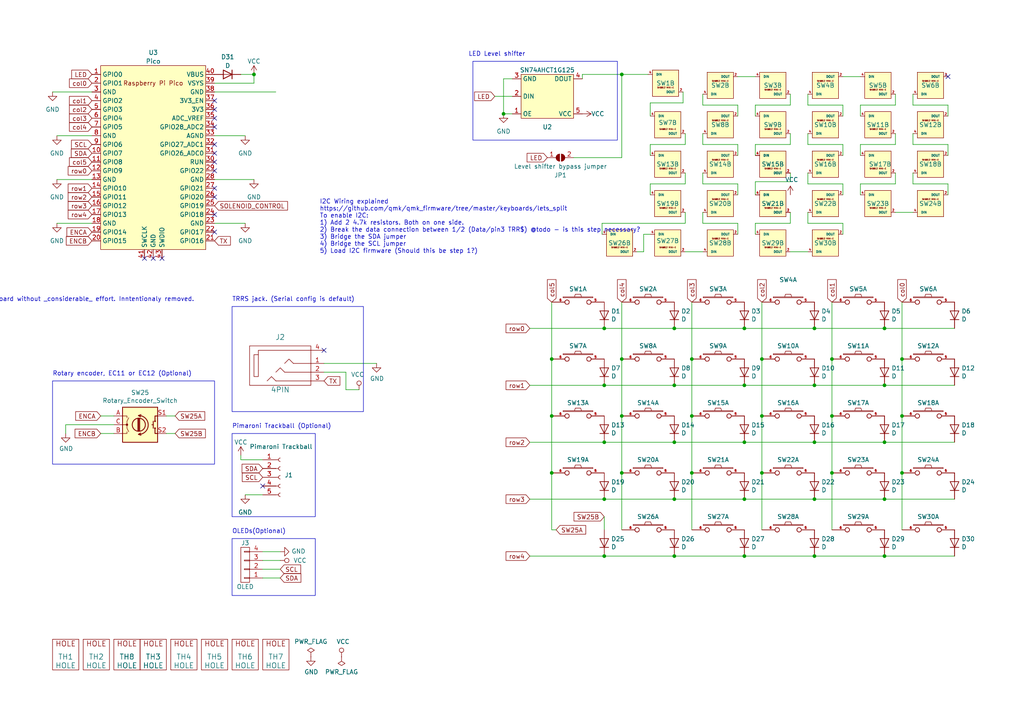
<source format=kicad_sch>
(kicad_sch (version 20230121) (generator eeschema)
  (paper "A4")
  (junction (at 195.58 161.29))
  (junction (at 180.34 120.65))
  (junction (at 220.98 120.65))
  (junction (at 256.54 111.76))
  (junction (at 160.02 137.16))
  (junction (at 241.3 104.14))
  (junction (at 215.9 144.78))
  (junction (at 236.22 128.27))
  (junction (at 160.02 104.14))
  (junction (at 195.58 128.27))
  (junction (at 261.62 104.14))
  (junction (at 195.58 111.76))
  (junction (at 195.58 95.25))
  (junction (at 241.3 120.65))
  (junction (at 256.54 128.27))
  (junction (at 236.22 161.29))
  (junction (at 73.66 21.59))
  (junction (at 175.26 95.25))
  (junction (at 256.54 161.29))
  (junction (at 256.54 95.25))
  (junction (at 215.9 128.27))
  (junction (at 175.26 128.27))
  (junction (at 261.62 120.65))
  (junction (at 215.9 111.76))
  (junction (at 200.66 120.65))
  (junction (at 220.98 104.14))
  (junction (at 215.9 95.25))
  (junction (at 175.26 144.78))
  (junction (at 180.34 104.14))
  (junction (at 180.34 137.16))
  (junction (at 241.3 137.16))
  (junction (at 195.58 144.78))
  (junction (at 175.26 161.29))
  (junction (at 215.9 161.29))
  (junction (at 236.22 144.78))
  (junction (at 236.22 111.76))
  (junction (at 220.98 137.16))
  (junction (at 261.62 137.16))
  (junction (at 175.26 111.76))
  (junction (at 180.34 21.59))
  (junction (at 256.54 144.78))
  (junction (at 200.66 137.16))
  (junction (at 146.05 33.02))
  (junction (at 236.22 95.25))
  (junction (at 160.02 120.65))
  (junction (at 200.66 104.14))
  (no_connect (at 62.23 49.53))
  (no_connect (at 62.23 41.91))
  (no_connect (at 62.23 57.15))
  (no_connect (at 62.23 46.99))
  (no_connect (at 62.23 36.83))
  (no_connect (at 62.23 44.45))
  (no_connect (at 62.23 34.29))
  (no_connect (at 62.23 31.75))
  (no_connect (at 76.2 140.97))
  (no_connect (at 62.23 54.61))
  (no_connect (at 62.23 67.31))
  (no_connect (at 62.23 62.23))
  (no_connect (at 44.45 74.93))
  (no_connect (at 93.98 101.6))
  (no_connect (at 62.23 29.21))
  (no_connect (at 41.91 74.93))
  (no_connect (at 46.99 74.93))
  (no_connect (at 274.955 22.225))
  (wire (pts (xy 244.475 56.515) (xy 244.475 53.34)))
  (wire (pts (xy 186.69 67.945) (xy 188.595 67.945)))
  (wire (pts (xy 200.66 137.16) (xy 200.66 153.67)))
  (wire (pts (xy 15.24 26.67) (xy 26.67 26.67)))
  (wire (pts (xy 175.26 128.27) (xy 153.67 128.27)))
  (wire (pts (xy 256.54 144.78) (xy 276.86 144.78)))
  (wire (pts (xy 203.835 30.48) (xy 203.835 27.305)))
  (wire (pts (xy 69.85 21.59) (xy 73.66 21.59)))
  (wire (pts (xy 234.315 53.34) (xy 234.315 50.165)))
  (wire (pts (xy 249.555 30.48) (xy 249.555 33.655)))
  (wire (pts (xy 100.33 107.95) (xy 100.33 113.03)))
  (wire (pts (xy 213.995 45.085) (xy 213.995 41.91)))
  (wire (pts (xy 188.595 29.845) (xy 188.595 33.655)))
  (wire (pts (xy 229.235 52.705) (xy 219.075 52.705)))
  (wire (pts (xy 195.58 128.27) (xy 175.26 128.27)))
  (wire (pts (xy 244.475 41.91) (xy 234.315 41.91)))
  (wire (pts (xy 180.34 104.14) (xy 180.34 120.65)))
  (wire (pts (xy 175.26 111.76) (xy 153.67 111.76)))
  (wire (pts (xy 198.755 64.77) (xy 174.625 64.77)))
  (wire (pts (xy 175.26 144.78) (xy 153.67 144.78)))
  (wire (pts (xy 259.715 30.48) (xy 249.555 30.48)))
  (wire (pts (xy 259.715 61.595) (xy 264.795 61.595)))
  (wire (pts (xy 76.2 165.1) (xy 81.28 165.1)))
  (wire (pts (xy 219.075 41.91) (xy 219.075 45.085)))
  (wire (pts (xy 186.69 73.025) (xy 186.69 67.945)))
  (wire (pts (xy 48.26 125.73) (xy 50.8 125.73)))
  (wire (pts (xy 174.625 64.77) (xy 174.625 67.945)))
  (wire (pts (xy 198.755 41.91) (xy 188.595 41.91)))
  (wire (pts (xy 198.12 29.845) (xy 188.595 29.845)))
  (wire (pts (xy 219.075 52.705) (xy 219.075 56.515)))
  (wire (pts (xy 244.475 67.945) (xy 244.475 64.77)))
  (wire (pts (xy 203.835 53.34) (xy 203.835 50.165)))
  (wire (pts (xy 256.54 161.29) (xy 276.86 161.29)))
  (wire (pts (xy 188.595 53.34) (xy 188.595 56.515)))
  (wire (pts (xy 200.66 104.14) (xy 200.66 120.65)))
  (wire (pts (xy 261.62 120.65) (xy 261.62 104.14)))
  (wire (pts (xy 62.23 52.07) (xy 73.66 52.07)))
  (wire (pts (xy 215.9 144.78) (xy 236.22 144.78)))
  (wire (pts (xy 148.59 27.94) (xy 143.51 27.94)))
  (wire (pts (xy 198.755 38.735) (xy 198.755 41.91)))
  (wire (pts (xy 33.02 123.19) (xy 19.05 123.19)))
  (wire (pts (xy 168.91 21.59) (xy 180.34 21.59)))
  (wire (pts (xy 236.22 144.78) (xy 256.54 144.78)))
  (wire (pts (xy 146.05 22.86) (xy 148.59 22.86)))
  (wire (pts (xy 241.3 87.63) (xy 241.3 104.14)))
  (wire (pts (xy 256.54 95.25) (xy 236.22 95.25)))
  (wire (pts (xy 200.66 87.63) (xy 200.66 104.14)))
  (wire (pts (xy 73.66 24.13) (xy 73.66 21.59)))
  (wire (pts (xy 249.555 41.91) (xy 249.555 45.085)))
  (wire (pts (xy 93.98 107.95) (xy 100.33 107.95)))
  (wire (pts (xy 229.235 41.91) (xy 219.075 41.91)))
  (wire (pts (xy 274.955 33.655) (xy 274.955 30.48)))
  (wire (pts (xy 69.85 133.35) (xy 76.2 133.35)))
  (wire (pts (xy 215.9 128.27) (xy 236.22 128.27)))
  (wire (pts (xy 195.58 95.25) (xy 175.26 95.25)))
  (wire (pts (xy 16.51 39.37) (xy 26.67 39.37)))
  (wire (pts (xy 180.34 45.72) (xy 180.34 21.59)))
  (wire (pts (xy 220.98 120.65) (xy 220.98 137.16)))
  (wire (pts (xy 81.28 167.64) (xy 76.2 167.64)))
  (wire (pts (xy 213.995 22.225) (xy 219.075 22.225)))
  (wire (pts (xy 229.235 27.305) (xy 229.235 30.48)))
  (wire (pts (xy 264.795 41.91) (xy 264.795 38.735)))
  (wire (pts (xy 249.555 53.34) (xy 249.555 56.515)))
  (wire (pts (xy 264.795 53.34) (xy 264.795 50.165)))
  (wire (pts (xy 241.3 137.16) (xy 241.3 153.67)))
  (wire (pts (xy 184.785 73.025) (xy 186.69 73.025)))
  (wire (pts (xy 175.26 149.86) (xy 175.26 153.67)))
  (wire (pts (xy 213.995 64.77) (xy 203.835 64.77)))
  (wire (pts (xy 195.58 95.25) (xy 215.9 95.25)))
  (wire (pts (xy 244.475 30.48) (xy 234.315 30.48)))
  (wire (pts (xy 274.955 53.34) (xy 264.795 53.34)))
  (wire (pts (xy 213.995 53.34) (xy 203.835 53.34)))
  (wire (pts (xy 219.075 30.48) (xy 219.075 33.655)))
  (wire (pts (xy 213.995 41.91) (xy 203.835 41.91)))
  (wire (pts (xy 259.715 53.34) (xy 249.555 53.34)))
  (wire (pts (xy 264.795 30.48) (xy 264.795 27.305)))
  (wire (pts (xy 198.755 50.165) (xy 198.755 53.34)))
  (wire (pts (xy 200.66 120.65) (xy 200.66 137.16)))
  (wire (pts (xy 259.715 38.735) (xy 259.715 41.91)))
  (wire (pts (xy 274.955 30.48) (xy 264.795 30.48)))
  (wire (pts (xy 93.98 105.41) (xy 109.22 105.41)))
  (wire (pts (xy 29.21 125.73) (xy 33.02 125.73)))
  (wire (pts (xy 229.235 61.595) (xy 229.235 64.77)))
  (wire (pts (xy 244.475 33.655) (xy 244.475 30.48)))
  (wire (pts (xy 195.58 111.76) (xy 215.9 111.76)))
  (wire (pts (xy 175.26 161.29) (xy 195.58 161.29)))
  (wire (pts (xy 244.475 53.34) (xy 234.315 53.34)))
  (wire (pts (xy 198.755 73.025) (xy 203.835 73.025)))
  (wire (pts (xy 274.955 56.515) (xy 274.955 53.34)))
  (wire (pts (xy 256.54 111.76) (xy 276.86 111.76)))
  (wire (pts (xy 160.02 137.16) (xy 160.02 153.67)))
  (wire (pts (xy 229.235 38.735) (xy 229.235 41.91)))
  (wire (pts (xy 234.315 30.48) (xy 234.315 27.305)))
  (wire (pts (xy 76.2 162.56) (xy 81.28 162.56)))
  (wire (pts (xy 236.22 128.27) (xy 256.54 128.27)))
  (wire (pts (xy 203.835 41.91) (xy 203.835 38.735)))
  (wire (pts (xy 198.755 61.595) (xy 198.755 64.77)))
  (wire (pts (xy 236.22 111.76) (xy 256.54 111.76)))
  (wire (pts (xy 188.595 41.91) (xy 188.595 45.085)))
  (wire (pts (xy 241.3 104.14) (xy 241.3 120.65)))
  (wire (pts (xy 220.98 137.16) (xy 220.98 153.67)))
  (wire (pts (xy 48.26 120.65) (xy 50.8 120.65)))
  (wire (pts (xy 160.02 120.65) (xy 160.02 137.16)))
  (wire (pts (xy 219.075 64.77) (xy 219.075 67.945)))
  (wire (pts (xy 213.995 33.655) (xy 213.995 30.48)))
  (wire (pts (xy 213.995 56.515) (xy 213.995 53.34)))
  (wire (pts (xy 220.98 104.14) (xy 220.98 120.65)))
  (wire (pts (xy 198.12 26.67) (xy 198.12 29.845)))
  (wire (pts (xy 220.98 87.63) (xy 220.98 104.14)))
  (wire (pts (xy 259.715 41.91) (xy 249.555 41.91)))
  (wire (pts (xy 180.34 87.63) (xy 180.34 104.14)))
  (wire (pts (xy 215.9 111.76) (xy 236.22 111.76)))
  (wire (pts (xy 180.34 21.59) (xy 187.96 21.59)))
  (wire (pts (xy 213.995 30.48) (xy 203.835 30.48)))
  (wire (pts (xy 146.05 33.02) (xy 148.59 33.02)))
  (wire (pts (xy 256.54 128.27) (xy 276.86 128.27)))
  (wire (pts (xy 146.05 33.02) (xy 146.05 22.86)))
  (wire (pts (xy 244.475 45.085) (xy 244.475 41.91)))
  (wire (pts (xy 195.58 144.78) (xy 175.26 144.78)))
  (wire (pts (xy 62.23 26.67) (xy 80.01 26.67)))
  (wire (pts (xy 166.37 45.72) (xy 180.34 45.72)))
  (wire (pts (xy 100.33 113.03) (xy 104.14 113.03)))
  (wire (pts (xy 215.9 161.29) (xy 236.22 161.29)))
  (wire (pts (xy 16.51 64.77) (xy 26.67 64.77)))
  (wire (pts (xy 160.02 104.14) (xy 160.02 120.65)))
  (wire (pts (xy 259.715 27.305) (xy 259.715 30.48)))
  (wire (pts (xy 180.34 137.16) (xy 180.34 153.67)))
  (wire (pts (xy 259.715 50.165) (xy 259.715 53.34)))
  (wire (pts (xy 62.23 64.77) (xy 71.12 64.77)))
  (wire (pts (xy 76.2 160.02) (xy 81.28 160.02)))
  (wire (pts (xy 236.22 161.29) (xy 256.54 161.29)))
  (wire (pts (xy 203.835 64.77) (xy 203.835 61.595)))
  (wire (pts (xy 195.58 161.29) (xy 215.9 161.29)))
  (wire (pts (xy 195.58 144.78) (xy 215.9 144.78)))
  (wire (pts (xy 71.12 143.51) (xy 76.2 143.51)))
  (wire (pts (xy 160.02 87.63) (xy 160.02 104.14)))
  (wire (pts (xy 256.54 95.25) (xy 276.86 95.25)))
  (wire (pts (xy 229.235 73.025) (xy 234.315 73.025)))
  (wire (pts (xy 195.58 128.27) (xy 215.9 128.27)))
  (wire (pts (xy 180.34 120.65) (xy 180.34 137.16)))
  (wire (pts (xy 62.23 24.13) (xy 73.66 24.13)))
  (wire (pts (xy 215.9 95.25) (xy 236.22 95.25)))
  (wire (pts (xy 16.51 52.07) (xy 26.67 52.07)))
  (wire (pts (xy 241.3 137.16) (xy 241.3 120.65)))
  (wire (pts (xy 229.235 50.165) (xy 229.235 52.705)))
  (wire (pts (xy 153.67 161.29) (xy 175.26 161.29)))
  (wire (pts (xy 213.995 67.945) (xy 213.995 64.77)))
  (wire (pts (xy 29.21 120.65) (xy 33.02 120.65)))
  (wire (pts (xy 244.475 64.77) (xy 234.315 64.77)))
  (wire (pts (xy 229.235 30.48) (xy 219.075 30.48)))
  (wire (pts (xy 62.23 39.37) (xy 71.12 39.37)))
  (wire (pts (xy 19.05 123.19) (xy 19.05 125.73)))
  (wire (pts (xy 234.315 41.91) (xy 234.315 38.735)))
  (wire (pts (xy 274.955 41.91) (xy 264.795 41.91)))
  (wire (pts (xy 160.02 153.67) (xy 161.29 153.67)))
  (wire (pts (xy 261.62 104.14) (xy 261.62 87.63)))
  (wire (pts (xy 261.62 120.65) (xy 261.62 137.16)))
  (wire (pts (xy 168.91 21.59) (xy 168.91 22.86)))
  (wire (pts (xy 195.58 111.76) (xy 175.26 111.76)))
  (wire (pts (xy 244.475 22.225) (xy 249.555 22.225)))
  (wire (pts (xy 274.955 45.085) (xy 274.955 41.91)))
  (wire (pts (xy 261.62 137.16) (xy 261.62 153.67)))
  (wire (pts (xy 234.315 64.77) (xy 234.315 61.595)))
  (wire (pts (xy 69.85 132.08) (xy 69.85 133.35)))
  (wire (pts (xy 229.235 64.77) (xy 219.075 64.77)))
  (wire (pts (xy 198.755 53.34) (xy 188.595 53.34)))
  (wire (pts (xy 175.26 95.25) (xy 153.67 95.25)))
  (rectangle (start 67.31 156.21) (end 91.44 172.72))
  (rectangle (start 15.24 110.49) (end 62.23 134.62))
  (rectangle (start 67.31 88.9) (end 105.41 119.38))
  (rectangle (start 137.16 17.78) (end 179.07 40.64))
  (rectangle (start 67.31 125.73) (end 91.44 149.86))
  (text "I2C Wiring explained\nhttps://github.com/qmk/qmk_firmware/tree/master/keyboards/lets_split\nTo enable I2C:\n1) Add 2 4.7k resistors. Both on one side.\n2) Break the data connection between 1/2 (Data/pin3 TRR$) @todo - is this step necessary?\n3) Bridge the SDA jumper\n4) Bridge the SCL jumper\n5) Load I2C firmware (Should this be step 1?)" (at 92.71 73.66 0) (effects (font (size 1.27 1.27)) (justify left bottom)))
  (text "TRRS jack. (Serial config is default)" (at 67.31 87.63 0) (effects (font (size 1.27 1.27)) (justify left bottom)))
  (text "Pimaroni Trackball (Optional)\n" (at 67.31 124.46 0) (effects (font (size 1.27 1.27)) (justify left bottom)))
  (text "Rotary encoder, EC11 or EC12 (Optional)\n" (at 15.24 109.22 0) (effects (font (size 1.27 1.27)) (justify left bottom)))
  (text "LED Level shifter" (at 152.4 16.51 0) (effects (font (size 1.27 1.27)) (justify right bottom)))
  (text "OLEDs(Optional)\n" (at 67.31 154.94 0) (effects (font (size 1.27 1.27)) (justify left bottom)))
  (text "Notes:\nPiezzo speaker not supported for this board without _considerable_ effort. Inntentionaly removed.\n" (at -39.37 87.63 0) (effects (font (size 1.27 1.27)) (justify left bottom)))
  (global_label "SDA" (shape input) (at 81.28 167.64 0) (property "Intersheetrefs" "${INTERSHEET_REFS}" (effects hide)))
  (global_label "SCL" (shape input) (at 81.28 165.1 0) (property "Intersheetrefs" "${INTERSHEET_REFS}" (effects hide)))
  (global_label "row2" (shape input) (at 153.67 128.27 180) (property "Intersheetrefs" "${INTERSHEET_REFS}" (effects hide)))
  (global_label "SW25A" (shape input) (at 161.29 153.67 0) (property "Intersheetrefs" "${INTERSHEET_REFS}" (effects hide)))
  (global_label "col0" (shape input) (at 261.62 87.63 90) (property "Intersheetrefs" "${INTERSHEET_REFS}" (effects hide)))
  (global_label "col2" (shape input) (at 26.67 31.75 180) (property "Intersheetrefs" "${INTERSHEET_REFS}" (effects hide)))
  (global_label "col0" (shape input) (at 26.67 24.13 180) (property "Intersheetrefs" "${INTERSHEET_REFS}" (effects hide)))
  (global_label "col4" (shape input) (at 26.67 36.83 180) (property "Intersheetrefs" "${INTERSHEET_REFS}" (effects hide)))
  (global_label "row1" (shape input) (at 26.67 54.61 180) (property "Intersheetrefs" "${INTERSHEET_REFS}" (effects hide)))
  (global_label "SOLENOID_CONTROL" (shape input) (at 62.23 59.69 0) (property "Intersheetrefs" "${INTERSHEET_REFS}" (effects hide)))
  (global_label "ENCA" (shape input) (at 26.67 67.31 180) (property "Intersheetrefs" "${INTERSHEET_REFS}" (effects hide)))
  (global_label "TX" (shape input) (at 93.98 110.49 0) (property "Intersheetrefs" "${INTERSHEET_REFS}" (effects hide)))
  (global_label "ENCB" (shape input) (at 29.21 125.73 180) (property "Intersheetrefs" "${INTERSHEET_REFS}" (effects hide)))
  (global_label "row4" (shape input) (at 153.67 161.29 180) (property "Intersheetrefs" "${INTERSHEET_REFS}" (effects hide)))
  (global_label "row0" (shape input) (at 153.67 95.25 180) (property "Intersheetrefs" "${INTERSHEET_REFS}" (effects hide)))
  (global_label "col4" (shape input) (at 180.34 87.63 90) (property "Intersheetrefs" "${INTERSHEET_REFS}" (effects hide)))
  (global_label "LED" (shape input) (at 158.75 45.72 180) (property "Intersheetrefs" "${INTERSHEET_REFS}" (effects hide)))
  (global_label "SDA" (shape input) (at 26.67 44.45 180) (property "Intersheetrefs" "${INTERSHEET_REFS}" (effects hide)))
  (global_label "ENCB" (shape input) (at 26.67 69.85 180) (property "Intersheetrefs" "${INTERSHEET_REFS}" (effects hide)))
  (global_label "SCL" (shape input) (at 76.2 138.43 180) (property "Intersheetrefs" "${INTERSHEET_REFS}" (effects hide)))
  (global_label "SCL" (shape input) (at 26.67 41.91 180) (property "Intersheetrefs" "${INTERSHEET_REFS}" (effects hide)))
  (global_label "col2" (shape input) (at 220.98 87.63 90) (property "Intersheetrefs" "${INTERSHEET_REFS}" (effects hide)))
  (global_label "col3" (shape input) (at 26.67 34.29 180) (property "Intersheetrefs" "${INTERSHEET_REFS}" (effects hide)))
  (global_label "LED" (shape input) (at 26.67 21.59 180) (property "Intersheetrefs" "${INTERSHEET_REFS}" (effects hide)))
  (global_label "SDA" (shape input) (at 76.2 135.89 180) (property "Intersheetrefs" "${INTERSHEET_REFS}" (effects hide)))
  (global_label "row3" (shape input) (at 153.67 144.78 180) (property "Intersheetrefs" "${INTERSHEET_REFS}" (effects hide)))
  (global_label "row2" (shape input) (at 26.67 57.15 180) (property "Intersheetrefs" "${INTERSHEET_REFS}" (effects hide)))
  (global_label "col5" (shape input) (at 160.02 87.63 90) (property "Intersheetrefs" "${INTERSHEET_REFS}" (effects hide)))
  (global_label "col1" (shape input) (at 26.67 29.21 180) (property "Intersheetrefs" "${INTERSHEET_REFS}" (effects hide)))
  (global_label "col5" (shape input) (at 26.67 46.99 180) (property "Intersheetrefs" "${INTERSHEET_REFS}" (effects hide)))
  (global_label "ENCA" (shape input) (at 29.21 120.65 180) (property "Intersheetrefs" "${INTERSHEET_REFS}" (effects hide)))
  (global_label "SW25B" (shape input) (at 175.26 149.86 180) (property "Intersheetrefs" "${INTERSHEET_REFS}" (effects hide)))
  (global_label "col3" (shape input) (at 200.66 87.63 90) (property "Intersheetrefs" "${INTERSHEET_REFS}" (effects hide)))
  (global_label "row3" (shape input) (at 26.67 59.69 180) (property "Intersheetrefs" "${INTERSHEET_REFS}" (effects hide)))
  (global_label "LED" (shape input) (at 143.51 27.94 180) (property "Intersheetrefs" "${INTERSHEET_REFS}" (effects hide)))
  (global_label "SW25B" (shape input) (at 50.8 125.73 0) (property "Intersheetrefs" "${INTERSHEET_REFS}" (effects hide)))
  (global_label "row1" (shape input) (at 153.67 111.76 180) (property "Intersheetrefs" "${INTERSHEET_REFS}" (effects hide)))
  (global_label "row4" (shape input) (at 26.67 62.23 180) (property "Intersheetrefs" "${INTERSHEET_REFS}" (effects hide)))
  (global_label "TX" (shape input) (at 62.23 69.85 0) (property "Intersheetrefs" "${INTERSHEET_REFS}" (effects hide)))
  (global_label "row0" (shape input) (at 26.67 49.53 180) (property "Intersheetrefs" "${INTERSHEET_REFS}" (effects hide)))
  (global_label "SW25A" (shape input) (at 50.8 120.65 0) (property "Intersheetrefs" "${INTERSHEET_REFS}" (effects hide)))
  (global_label "col1" (shape input) (at 241.3 87.63 90) (property "Intersheetrefs" "${INTERSHEET_REFS}" (effects hide)))
  (symbol (lib_id "SofleKeyboard:SW_PUSH_LED") (at 187.96 153.67 0) (unit 1)
    (property "Reference" "SW26" (at 187.96 149.86 0))
    (property "Value" "SW_PUSH_LED" (effects hide))
    (property "Footprint" "sofle_v3b:Cherry_MX_DS_Hotswap_miniE_1U" (effects hide))
  )
  (symbol (lib_id "SofleKeyboard:SW_PUSH_LED") (at 167.64 87.63 0) (unit 1)
    (property "Reference" "SW1" (at 167.64 83.82 0))
    (property "Value" "SW_PUSH_LED" (effects hide))
    (property "Footprint" "sofle_v3b:Cherry_MX_DS_Hotswap_miniE_1U" (effects hide))
  )
  (symbol (lib_id "SofleKeyboard-rescue:D-Lily58-cache-Lily58_Pro-rescue") (at 175.26 91.44 90) (unit 1)
    (property "Reference" "D1" (at 177.2666 90.2716 90) (effects (justify right)))
    (property "Value" "D" (at 177.2666 92.583 90) (effects (justify right)))
    (property "Footprint" "sofle_v3b:D_SOD-123_DO-35_Hybrid_DoubleSided_V2" (effects hide))
  )
  (symbol (lib_id "SofleKeyboard:SW_PUSH_LED") (at 187.96 87.63 0) (unit 1)
    (property "Reference" "SW2" (at 187.96 83.82 0))
    (property "Value" "SW_PUSH_LED" (effects hide))
    (property "Footprint" "sofle_v3b:Cherry_MX_DS_Hotswap_miniE_1U" (effects hide))
  )
  (symbol (lib_id "SofleKeyboard-rescue:D-Lily58-cache-Lily58_Pro-rescue") (at 195.58 91.44 90) (unit 1)
    (property "Reference" "D2" (at 197.5866 90.2716 90) (effects (justify right)))
    (property "Value" "D" (at 197.5866 92.583 90) (effects (justify right)))
    (property "Footprint" "sofle_v3b:D_SOD-123_DO-35_Hybrid_DoubleSided_V2" (effects hide))
  )
  (symbol (lib_id "SofleKeyboard:SW_PUSH_LED") (at 208.28 87.63 0) (unit 1)
    (property "Reference" "SW3" (at 208.28 83.82 0))
    (property "Value" "SW_PUSH_LED" (effects hide))
    (property "Footprint" "sofle_v3b:Cherry_MX_DS_Hotswap_miniE_1U" (effects hide))
  )
  (symbol (lib_id "SofleKeyboard-rescue:D-Lily58-cache-Lily58_Pro-rescue") (at 215.9 91.44 90) (unit 1)
    (property "Reference" "D3" (at 217.9066 90.2716 90) (effects (justify right)))
    (property "Value" "D" (at 217.9066 92.583 90) (effects (justify right)))
    (property "Footprint" "sofle_v3b:D_SOD-123_DO-35_Hybrid_DoubleSided_V2" (effects hide))
  )
  (symbol (lib_id "SofleKeyboard:SW_PUSH_LED") (at 228.6 87.63 0) (unit 1)
    (property "Reference" "SW4" (at 228.6 81.153 0))
    (property "Value" "SW_PUSH_LED" (effects hide))
    (property "Footprint" "sofle_v3b:Cherry_MX_DS_Hotswap_miniE_1U" (effects hide))
  )
  (symbol (lib_id "SofleKeyboard-rescue:D-Lily58-cache-Lily58_Pro-rescue") (at 236.22 91.44 90) (unit 1)
    (property "Reference" "D4" (at 238.2266 90.2716 90) (effects (justify right)))
    (property "Value" "D" (at 238.2266 92.583 90) (effects (justify right)))
    (property "Footprint" "sofle_v3b:D_SOD-123_DO-35_Hybrid_DoubleSided_V2" (effects hide))
  )
  (symbol (lib_id "SofleKeyboard:SW_PUSH_LED") (at 248.92 87.63 0) (unit 1)
    (property "Reference" "SW5" (at 248.92 83.82 0))
    (property "Value" "SW_PUSH_LED" (effects hide))
    (property "Footprint" "sofle_v3b:Cherry_MX_DS_Hotswap_miniE_1U" (effects hide))
  )
  (symbol (lib_id "SofleKeyboard-rescue:D-Lily58-cache-Lily58_Pro-rescue") (at 256.54 91.44 90) (unit 1)
    (property "Reference" "D5" (at 258.5466 90.2716 90) (effects (justify right)))
    (property "Value" "D" (at 258.5466 92.583 90) (effects (justify right)))
    (property "Footprint" "sofle_v3b:D_SOD-123_DO-35_Hybrid_DoubleSided_V2" (effects hide))
  )
  (symbol (lib_id "SofleKeyboard:SW_PUSH_LED") (at 269.24 87.63 0) (unit 1)
    (property "Reference" "SW6" (at 269.24 83.82 0))
    (property "Value" "SW_PUSH_LED" (effects hide))
    (property "Footprint" "sofle_v3b:Cherry_MX_DS_Hotswap_miniE_1U" (effects hide))
  )
  (symbol (lib_id "SofleKeyboard-rescue:D-Lily58-cache-Lily58_Pro-rescue") (at 276.86 91.44 90) (unit 1)
    (property "Reference" "D6" (at 278.8666 90.2716 90) (effects (justify right)))
    (property "Value" "D" (at 278.8666 92.583 90) (effects (justify right)))
    (property "Footprint" "sofle_v3b:D_SOD-123_DO-35_Hybrid_DoubleSided_V2" (effects hide))
  )
  (symbol (lib_id "SofleKeyboard:SW_PUSH_LED") (at 187.96 104.14 0) (unit 1)
    (property "Reference" "SW8" (at 187.96 100.33 0))
    (property "Value" "SW_PUSH_LED" (effects hide))
    (property "Footprint" "sofle_v3b:Cherry_MX_DS_Hotswap_miniE_1U" (effects hide))
  )
  (symbol (lib_id "SofleKeyboard:SW_PUSH_LED") (at 208.28 104.14 0) (unit 1)
    (property "Reference" "SW9" (at 208.28 100.33 0))
    (property "Value" "SW_PUSH_LED" (effects hide))
    (property "Footprint" "sofle_v3b:Cherry_MX_DS_Hotswap_miniE_1U" (effects hide))
  )
  (symbol (lib_id "SofleKeyboard:SW_PUSH_LED") (at 228.6 104.14 0) (unit 1)
    (property "Reference" "SW10" (at 228.6 100.33 0))
    (property "Value" "SW_PUSH_LED" (effects hide))
    (property "Footprint" "sofle_v3b:Cherry_MX_DS_Hotswap_miniE_1U" (effects hide))
  )
  (symbol (lib_id "SofleKeyboard:SW_PUSH_LED") (at 248.92 104.14 0) (unit 1)
    (property "Reference" "SW11" (at 248.92 100.33 0))
    (property "Value" "SW_PUSH_LED" (effects hide))
    (property "Footprint" "sofle_v3b:Cherry_MX_DS_Hotswap_miniE_1U" (effects hide))
  )
  (symbol (lib_id "SofleKeyboard:SW_PUSH_LED") (at 269.24 104.14 0) (unit 1)
    (property "Reference" "SW12" (at 269.24 100.33 0))
    (property "Value" "SW_PUSH_LED" (effects hide))
    (property "Footprint" "sofle_v3b:Cherry_MX_DS_Hotswap_miniE_1U" (effects hide))
  )
  (symbol (lib_id "SofleKeyboard:SW_PUSH_LED") (at 167.64 104.14 0) (unit 1)
    (property "Reference" "SW7" (at 167.64 100.33 0))
    (property "Value" "SW_PUSH_LED" (effects hide))
    (property "Footprint" "sofle_v3b:Cherry_MX_DS_Hotswap_miniE_1U" (effects hide))
  )
  (symbol (lib_id "SofleKeyboard-rescue:D-Lily58-cache-Lily58_Pro-rescue") (at 175.26 107.95 90) (unit 1)
    (property "Reference" "D7" (at 177.2666 106.7816 90) (effects (justify right)))
    (property "Value" "D" (at 177.2666 109.093 90) (effects (justify right)))
    (property "Footprint" "sofle_v3b:D_SOD-123_DO-35_Hybrid_DoubleSided_V2" (effects hide))
  )
  (symbol (lib_id "SofleKeyboard-rescue:D-Lily58-cache-Lily58_Pro-rescue") (at 195.58 107.95 90) (unit 1)
    (property "Reference" "D8" (at 197.5866 106.7816 90) (effects (justify right)))
    (property "Value" "D" (at 197.5866 109.093 90) (effects (justify right)))
    (property "Footprint" "sofle_v3b:D_SOD-123_DO-35_Hybrid_DoubleSided_V2" (effects hide))
  )
  (symbol (lib_id "SofleKeyboard-rescue:D-Lily58-cache-Lily58_Pro-rescue") (at 215.9 107.95 90) (unit 1)
    (property "Reference" "D9" (at 217.9066 106.7816 90) (effects (justify right)))
    (property "Value" "D" (at 217.9066 109.093 90) (effects (justify right)))
    (property "Footprint" "sofle_v3b:D_SOD-123_DO-35_Hybrid_DoubleSided_V2" (effects hide))
  )
  (symbol (lib_id "SofleKeyboard-rescue:D-Lily58-cache-Lily58_Pro-rescue") (at 236.22 107.95 90) (unit 1)
    (property "Reference" "D10" (at 238.2266 106.7816 90) (effects (justify right)))
    (property "Value" "D" (at 238.2266 109.093 90) (effects (justify right)))
    (property "Footprint" "sofle_v3b:D_SOD-123_DO-35_Hybrid_DoubleSided_V2" (effects hide))
  )
  (symbol (lib_id "SofleKeyboard-rescue:D-Lily58-cache-Lily58_Pro-rescue") (at 256.54 107.95 90) (unit 1)
    (property "Reference" "D11" (at 258.5466 106.7816 90) (effects (justify right)))
    (property "Value" "D" (at 258.5466 109.093 90) (effects (justify right)))
    (property "Footprint" "sofle_v3b:D_SOD-123_DO-35_Hybrid_DoubleSided_V2" (effects hide))
  )
  (symbol (lib_id "SofleKeyboard-rescue:D-Lily58-cache-Lily58_Pro-rescue") (at 276.86 107.95 90) (unit 1)
    (property "Reference" "D12" (at 278.8666 106.7816 90) (effects (justify right)))
    (property "Value" "D" (at 278.8666 109.093 90) (effects (justify right)))
    (property "Footprint" "sofle_v3b:D_SOD-123_DO-35_Hybrid_DoubleSided_V2" (effects hide))
  )
  (symbol (lib_id "SofleKeyboard:SW_PUSH_LED") (at 167.64 120.65 0) (unit 1)
    (property "Reference" "SW13" (at 167.64 116.84 0))
    (property "Value" "SW_PUSH_LED" (effects hide))
    (property "Footprint" "sofle_v3b:Cherry_MX_DS_Hotswap_miniE_1U" (effects hide))
  )
  (symbol (lib_id "SofleKeyboard:SW_PUSH_LED") (at 187.96 120.65 0) (unit 1)
    (property "Reference" "SW14" (at 187.96 116.84 0))
    (property "Value" "SW_PUSH_LED" (effects hide))
    (property "Footprint" "sofle_v3b:Cherry_MX_DS_Hotswap_miniE_1U" (effects hide))
  )
  (symbol (lib_id "SofleKeyboard:SW_PUSH_LED") (at 208.28 120.65 0) (unit 1)
    (property "Reference" "SW15" (at 208.28 116.84 0))
    (property "Value" "SW_PUSH_LED" (effects hide))
    (property "Footprint" "sofle_v3b:Cherry_MX_DS_Hotswap_miniE_1U" (effects hide))
  )
  (symbol (lib_id "SofleKeyboard:SW_PUSH_LED") (at 228.6 120.65 0) (unit 1)
    (property "Reference" "SW16" (at 228.6 116.84 0))
    (property "Value" "SW_PUSH_LED" (effects hide))
    (property "Footprint" "sofle_v3b:Cherry_MX_DS_Hotswap_miniE_1U" (effects hide))
  )
  (symbol (lib_id "SofleKeyboard:SW_PUSH_LED") (at 248.92 120.65 0) (unit 1)
    (property "Reference" "SW17" (at 248.92 116.84 0))
    (property "Value" "SW_PUSH_LED" (effects hide))
    (property "Footprint" "sofle_v3b:Cherry_MX_DS_Hotswap_miniE_1U" (effects hide))
  )
  (symbol (lib_id "SofleKeyboard:SW_PUSH_LED") (at 269.24 120.65 0) (unit 1)
    (property "Reference" "SW18" (at 269.24 116.84 0))
    (property "Value" "SW_PUSH_LED" (effects hide))
    (property "Footprint" "sofle_v3b:Cherry_MX_DS_Hotswap_miniE_1U" (effects hide))
  )
  (symbol (lib_id "SofleKeyboard-rescue:D-Lily58-cache-Lily58_Pro-rescue") (at 175.26 124.46 90) (unit 1)
    (property "Reference" "D13" (at 177.2666 123.2916 90) (effects (justify right)))
    (property "Value" "D" (at 177.2666 125.603 90) (effects (justify right)))
    (property "Footprint" "sofle_v3b:D_SOD-123_DO-35_Hybrid_DoubleSided_V2" (effects hide))
  )
  (symbol (lib_id "SofleKeyboard-rescue:D-Lily58-cache-Lily58_Pro-rescue") (at 195.58 124.46 90) (unit 1)
    (property "Reference" "D14" (at 197.5866 123.2916 90) (effects (justify right)))
    (property "Value" "D" (at 197.5866 125.603 90) (effects (justify right)))
    (property "Footprint" "sofle_v3b:D_SOD-123_DO-35_Hybrid_DoubleSided_V2" (effects hide))
  )
  (symbol (lib_id "SofleKeyboard-rescue:D-Lily58-cache-Lily58_Pro-rescue") (at 215.9 124.46 90) (unit 1)
    (property "Reference" "D15" (at 217.9066 123.2916 90) (effects (justify right)))
    (property "Value" "D" (at 217.9066 125.603 90) (effects (justify right)))
    (property "Footprint" "sofle_v3b:D_SOD-123_DO-35_Hybrid_DoubleSided_V2" (effects hide))
  )
  (symbol (lib_id "SofleKeyboard-rescue:D-Lily58-cache-Lily58_Pro-rescue") (at 236.22 124.46 90) (unit 1)
    (property "Reference" "D16" (at 238.2266 123.2916 90) (effects (justify right)))
    (property "Value" "D" (at 238.2266 125.603 90) (effects (justify right)))
    (property "Footprint" "sofle_v3b:D_SOD-123_DO-35_Hybrid_DoubleSided_V2" (effects hide))
  )
  (symbol (lib_id "SofleKeyboard-rescue:D-Lily58-cache-Lily58_Pro-rescue") (at 256.54 124.46 90) (unit 1)
    (property "Reference" "D17" (at 258.5466 123.2916 90) (effects (justify right)))
    (property "Value" "D" (at 258.5466 125.603 90) (effects (justify right)))
    (property "Footprint" "sofle_v3b:D_SOD-123_DO-35_Hybrid_DoubleSided_V2" (effects hide))
  )
  (symbol (lib_id "SofleKeyboard-rescue:D-Lily58-cache-Lily58_Pro-rescue") (at 276.86 124.46 90) (unit 1)
    (property "Reference" "D18" (at 278.8666 123.2916 90) (effects (justify right)))
    (property "Value" "D" (at 278.8666 125.603 90) (effects (justify right)))
    (property "Footprint" "sofle_v3b:D_SOD-123_DO-35_Hybrid_DoubleSided_V2" (effects hide))
  )
  (symbol (lib_id "SofleKeyboard:SW_PUSH_LED") (at 208.28 137.16 0) (unit 1)
    (property "Reference" "SW21" (at 208.28 133.35 0))
    (property "Value" "SW_PUSH_LED" (effects hide))
    (property "Footprint" "sofle_v3b:Cherry_MX_DS_Hotswap_miniE_1U" (effects hide))
  )
  (symbol (lib_id "SofleKeyboard:SW_PUSH_LED") (at 228.6 137.16 0) (unit 1)
    (property "Reference" "SW22" (at 228.6 133.35 0))
    (property "Value" "SW_PUSH_LED" (effects hide))
    (property "Footprint" "sofle_v3b:Cherry_MX_DS_Hotswap_miniE_1U" (effects hide))
  )
  (symbol (lib_id "SofleKeyboard:SW_PUSH_LED") (at 248.92 137.16 0) (unit 1)
    (property "Reference" "SW23" (at 248.92 133.35 0))
    (property "Value" "SW_PUSH_LED" (effects hide))
    (property "Footprint" "sofle_v3b:Cherry_MX_DS_Hotswap_miniE_1U" (effects hide))
  )
  (symbol (lib_id "SofleKeyboard:SW_PUSH_LED") (at 269.24 137.16 0) (unit 1)
    (property "Reference" "SW24" (at 269.24 133.35 0))
    (property "Value" "SW_PUSH_LED" (effects hide))
    (property "Footprint" "sofle_v3b:Cherry_MX_DS_Hotswap_miniE_1U" (effects hide))
  )
  (symbol (lib_id "SofleKeyboard:SW_PUSH_LED") (at 187.96 137.16 0) (unit 1)
    (property "Reference" "SW20" (at 187.96 133.35 0))
    (property "Value" "SW_PUSH_LED" (effects hide))
    (property "Footprint" "sofle_v3b:Cherry_MX_DS_Hotswap_miniE_1U" (effects hide))
  )
  (symbol (lib_id "SofleKeyboard:SW_PUSH_LED") (at 167.64 137.16 0) (unit 1)
    (property "Reference" "SW19" (at 167.64 133.35 0))
    (property "Value" "SW_PUSH_LED" (effects hide))
    (property "Footprint" "sofle_v3b:Cherry_MX_DS_Hotswap_miniE_1U" (effects hide))
  )
  (symbol (lib_id "SofleKeyboard-rescue:D-Lily58-cache-Lily58_Pro-rescue") (at 175.26 140.97 90) (unit 1)
    (property "Reference" "D19" (at 177.2666 139.8016 90) (effects (justify right)))
    (property "Value" "D" (at 177.2666 142.113 90) (effects (justify right)))
    (property "Footprint" "sofle_v3b:D_SOD-123_DO-35_Hybrid_DoubleSided_V2" (effects hide))
  )
  (symbol (lib_id "SofleKeyboard-rescue:D-Lily58-cache-Lily58_Pro-rescue") (at 195.58 140.97 90) (unit 1)
    (property "Reference" "D20" (at 197.5866 139.8016 90) (effects (justify right)))
    (property "Value" "D" (at 197.5866 142.113 90) (effects (justify right)))
    (property "Footprint" "sofle_v3b:D_SOD-123_DO-35_Hybrid_DoubleSided_V2" (effects hide))
  )
  (symbol (lib_id "SofleKeyboard-rescue:D-Lily58-cache-Lily58_Pro-rescue") (at 215.9 140.97 90) (unit 1)
    (property "Reference" "D21" (at 217.9066 139.8016 90) (effects (justify right)))
    (property "Value" "D" (at 217.9066 142.113 90) (effects (justify right)))
    (property "Footprint" "sofle_v3b:D_SOD-123_DO-35_Hybrid_DoubleSided_V2" (effects hide))
  )
  (symbol (lib_id "SofleKeyboard-rescue:D-Lily58-cache-Lily58_Pro-rescue") (at 236.22 140.97 90) (unit 1)
    (property "Reference" "D22" (at 238.2266 139.8016 90) (effects (justify right)))
    (property "Value" "D" (at 238.2266 142.113 90) (effects (justify right)))
    (property "Footprint" "sofle_v3b:D_SOD-123_DO-35_Hybrid_DoubleSided_V2" (effects hide))
  )
  (symbol (lib_id "SofleKeyboard-rescue:D-Lily58-cache-Lily58_Pro-rescue") (at 256.54 140.97 90) (unit 1)
    (property "Reference" "D23" (at 258.5466 139.8016 90) (effects (justify right)))
    (property "Value" "D" (at 258.5466 142.113 90) (effects (justify right)))
    (property "Footprint" "sofle_v3b:D_SOD-123_DO-35_Hybrid_DoubleSided_V2" (effects hide))
  )
  (symbol (lib_id "SofleKeyboard-rescue:D-Lily58-cache-Lily58_Pro-rescue") (at 276.86 140.97 90) (unit 1)
    (property "Reference" "D24" (at 278.8666 139.8016 90) (effects (justify right)))
    (property "Value" "D" (at 278.8666 142.113 90) (effects (justify right)))
    (property "Footprint" "sofle_v3b:D_SOD-123_DO-35_Hybrid_DoubleSided_V2" (effects hide))
  )
  (symbol (lib_id "SofleKeyboard:SW_PUSH_LED") (at 208.28 153.67 0) (unit 1)
    (property "Reference" "SW27" (at 208.28 149.86 0))
    (property "Value" "SW_PUSH_LED" (effects hide))
    (property "Footprint" "sofle_v3b:Cherry_MX_DS_Hotswap_miniE_1U" (effects hide))
  )
  (symbol (lib_id "SofleKeyboard:SW_PUSH_LED") (at 228.6 153.67 0) (unit 1)
    (property "Reference" "SW28" (at 228.6 149.86 0))
    (property "Value" "SW_PUSH_LED" (effects hide))
    (property "Footprint" "sofle_v3b:Cherry_MX_DS_Hotswap_miniE_1U" (effects hide))
  )
  (symbol (lib_id "SofleKeyboard:SW_PUSH_LED") (at 248.92 153.67 0) (unit 1)
    (property "Reference" "SW29" (at 248.92 149.86 0))
    (property "Value" "SW_PUSH_LED" (effects hide))
    (property "Footprint" "sofle_v3b:Cherry_MX_DS_Hotswap_miniE_1U" (effects hide))
  )
  (symbol (lib_id "SofleKeyboard-rescue:D-Lily58-cache-Lily58_Pro-rescue") (at 175.26 157.48 90) (unit 1)
    (property "Reference" "D25" (at 177.2666 156.3116 90) (effects (justify right)))
    (property "Value" "D" (at 177.2666 158.623 90) (effects (justify right)))
    (property "Footprint" "sofle_v3b:D_SOD-123_DO-35_Hybrid_DoubleSided_V2" (effects hide))
  )
  (symbol (lib_id "SofleKeyboard-rescue:D-Lily58-cache-Lily58_Pro-rescue") (at 195.58 157.48 90) (unit 1)
    (property "Reference" "D26" (at 197.5866 156.3116 90) (effects (justify right)))
    (property "Value" "D" (at 197.5866 158.623 90) (effects (justify right)))
    (property "Footprint" "sofle_v3b:D_SOD-123_DO-35_Hybrid_DoubleSided_V2" (effects hide))
  )
  (symbol (lib_id "SofleKeyboard-rescue:D-Lily58-cache-Lily58_Pro-rescue") (at 215.9 157.48 90) (unit 1)
    (property "Reference" "D27" (at 217.9066 156.3116 90) (effects (justify right)))
    (property "Value" "D" (at 217.9066 158.623 90) (effects (justify right)))
    (property "Footprint" "sofle_v3b:D_SOD-123_DO-35_Hybrid_DoubleSided_V2" (effects hide))
  )
  (symbol (lib_id "SofleKeyboard-rescue:D-Lily58-cache-Lily58_Pro-rescue") (at 236.22 157.48 90) (unit 1)
    (property "Reference" "D28" (at 238.2266 156.3116 90) (effects (justify right)))
    (property "Value" "D" (at 238.2266 158.623 90) (effects (justify right)))
    (property "Footprint" "sofle_v3b:D_SOD-123_DO-35_Hybrid_DoubleSided_V2" (effects hide))
  )
  (symbol (lib_id "SofleKeyboard-rescue:D-Lily58-cache-Lily58_Pro-rescue") (at 256.54 157.48 90) (unit 1)
    (property "Reference" "D29" (at 258.5466 156.3116 90) (effects (justify right)))
    (property "Value" "D" (at 258.5466 158.623 90) (effects (justify right)))
    (property "Footprint" "sofle_v3b:D_SOD-123_DO-35_Hybrid_DoubleSided_V2" (effects hide))
  )
  (symbol (lib_id "SofleKeyboard-rescue:MJ-4PP-9-Lily58-cache-Lily58_Pro-rescue") (at 82.55 105.41 0) (unit 1)
    (property "Reference" "J2" (at 81.28 97.79 0) (effects (font (size 1.524 1.524))))
    (property "Value" "4PIN" (at 81.28 113.03 0) (effects (font (size 1.524 1.524))))
    (property "Footprint" "sofle_v3b:MJ-4PP-9" (effects hide))
  )
  (symbol (lib_id "SofleKeyboard-rescue:PWR_FLAG-Lily58-cache-Lily58_Pro-rescue") (at 90.17 190.5 0) (unit 1)
    (property "Reference" "#FLG01" (effects hide))
    (property "Value" "PWR_FLAG" (at 90.17 186.0804 0))
  )
  (symbol (lib_id "SofleKeyboard-rescue:GND-Lily58-cache-Lily58_Pro-rescue") (at 90.17 190.5 0) (unit 1)
    (property "Reference" "#PWR012" (effects hide))
    (property "Value" "GND" (at 90.297 194.8942 0))
  )
  (symbol (lib_id "SofleKeyboard-rescue:VCC-Lily58-cache-Lily58_Pro-rescue") (at 99.06 190.5 0) (unit 1)
    (property "Reference" "#PWR013" (effects hide))
    (property "Value" "VCC" (at 99.4918 186.1058 0))
  )
  (symbol (lib_id "SofleKeyboard-rescue:PWR_FLAG-Lily58-cache-Lily58_Pro-rescue") (at 99.06 190.5 180) (unit 1)
    (property "Reference" "#FLG02" (effects hide))
    (property "Value" "PWR_FLAG" (at 99.06 194.8942 0))
  )
  (symbol (lib_id "SofleKeyboard-rescue:HOLE-Lily58-cache-Lily58_Pro-rescue") (at 19.05 190.5 0) (unit 1)
    (property "Reference" "TH1" (at 19.05 190.5 0) (effects (font (size 1.524 1.524))))
    (property "Value" "HOLE" (at 19.05 193.04 0) (effects (font (size 1.524 1.524))))
    (property "Footprint" "SofleChocLoud:Hole from sofle for M2 posts gold rimmer" (effects hide))
  )
  (symbol (lib_id "SofleKeyboard-rescue:HOLE-Lily58-cache-Lily58_Pro-rescue") (at 27.94 190.5 0) (unit 1)
    (property "Reference" "TH2" (at 27.94 190.5 0) (effects (font (size 1.524 1.524))))
    (property "Value" "HOLE" (at 27.94 193.04 0) (effects (font (size 1.524 1.524))))
    (property "Footprint" "sofle_v3b:Hole from sofle for M2 posts gold rimmer" (effects hide))
  )
  (symbol (lib_id "SofleKeyboard-rescue:HOLE-Lily58-cache-Lily58_Pro-rescue") (at 53.34 190.5 0) (unit 1)
    (property "Reference" "TH4" (at 53.34 190.5 0) (effects (font (size 1.524 1.524))))
    (property "Value" "HOLE" (at 53.34 193.04 0) (effects (font (size 1.524 1.524))))
    (property "Footprint" "sofle_v3b:Hole from sofle for M2 posts gold rimmer" (effects hide))
  )
  (symbol (lib_id "SofleKeyboard-rescue:HOLE-Lily58-cache-Lily58_Pro-rescue") (at 62.23 190.5 0) (unit 1)
    (property "Reference" "TH5" (at 62.23 190.5 0) (effects (font (size 1.524 1.524))))
    (property "Value" "HOLE" (at 62.23 193.04 0) (effects (font (size 1.524 1.524))))
    (property "Footprint" "sofle_v3b:Hole from sofle for M2 posts gold rimmer" (effects hide))
  )
  (symbol (lib_id "SofleKeyboard-rescue:HOLE-Lily58-cache-Lily58_Pro-rescue") (at 71.12 190.5 0) (unit 1)
    (property "Reference" "TH6" (at 71.12 190.5 0) (effects (font (size 1.524 1.524))))
    (property "Value" "HOLE" (at 71.12 193.04 0) (effects (font (size 1.524 1.524))))
    (property "Footprint" "sofle_v3b:Hole from sofle for M2 posts gold rimmer" (effects hide))
  )
  (symbol (lib_id "SofleKeyboard-rescue:HOLE-Lily58-cache-Lily58_Pro-rescue") (at 80.01 190.5 0) (unit 1)
    (property "Reference" "TH7" (at 80.01 190.5 0) (effects (font (size 1.524 1.524))))
    (property "Value" "HOLE" (at 80.01 193.04 0) (effects (font (size 1.524 1.524))))
    (property "Footprint" "sofle_v3b:Hole from sofle for M2 posts gold rimmer" (effects hide))
  )
  (symbol (lib_id "SofleKeyboard-rescue:HOLE-Lily58-cache-Lily58_Pro-rescue") (at 44.45 190.5 0) (unit 1)
    (property "Reference" "TH3" (at 44.45 190.5 0) (effects (font (size 1.524 1.524))))
    (property "Value" "HOLE" (at 44.45 193.04 0) (effects (font (size 1.524 1.524))))
    (property "Footprint" "sofle_v3b:Hole from sofle for M2 posts gold rimmer" (effects hide))
  )
  (symbol (lib_id "SofleKeyboard-rescue:OLED-Lily58-cache-Lily58_Pro-rescue") (at 71.12 163.83 180) (unit 1)
    (property "Reference" "J3" (at 71.12 157.48 0))
    (property "Value" "OLED" (at 71.12 170.18 0))
    (property "Footprint" "sofle_v3b:OLED SSD1306 128x64 UNVERIFIED" (effects hide))
  )
  (symbol (lib_id "SofleKeyboard:SW_PUSH_LED") (at 269.24 153.67 0) (unit 1)
    (property "Reference" "SW30" (at 269.24 149.86 0))
    (property "Value" "SW_PUSH_LED" (effects hide))
    (property "Footprint" "sofle_v3b:Cherry_MX_DS_Hotswap_miniE_1U" (effects hide))
  )
  (symbol (lib_id "SofleKeyboard-rescue:D-Lily58-cache-Lily58_Pro-rescue") (at 276.86 157.48 90) (unit 1)
    (property "Reference" "D30" (at 278.8666 156.3116 90) (effects (justify right)))
    (property "Value" "D" (at 278.8666 158.623 90) (effects (justify right)))
    (property "Footprint" "sofle_v3b:D_SOD-123_DO-35_Hybrid_DoubleSided_V2" (effects hide))
  )
  (symbol (lib_id "SofleKeyboard-rescue:Rotary_Encoder_Switch-Device") (at 40.64 123.19 0) (unit 1)
    (property "Reference" "SW25" (at 40.64 113.8682 0))
    (property "Value" "Rotary_Encoder_Switch" (at 40.64 116.1796 0))
    (property "Footprint" "sofle_v3b:RotaryEncoder_Alps_EC11E-Switch_Vertical_H20mm-keebio_modified" (effects hide))
  )
  (symbol (lib_id "SofleKeyboard-rescue:GND-power") (at 19.05 125.73 0) (unit 1)
    (property "Reference" "#PWR0103" (effects hide))
    (property "Value" "GND" (at 19.177 130.1242 0))
  )
  (symbol (lib_id "SofleKeyboard:SW_PUSH_LED") (at 193.04 24.13 0) (mirror y) (unit 2)
    (property "Reference" "SW1" (at 193.04 24.13 0))
    (property "Value" "SW_PUSH_LED" (effects hide))
    (property "Footprint" "sofle_v3b:Cherry_MX_DS_Hotswap_miniE_1U" (effects hide))
  )
  (symbol (lib_id "SofleKeyboard:SW_PUSH_LED") (at 208.915 24.765 180) (unit 2)
    (property "Reference" "SW2" (at 208.915 24.765 0))
    (property "Value" "SW_PUSH_LED" (effects hide))
    (property "Footprint" "sofle_v3b:Cherry_MX_DS_Hotswap_miniE_1U" (effects hide))
  )
  (symbol (lib_id "SofleKeyboard:SW_PUSH_LED") (at 224.155 24.765 0) (mirror y) (unit 2)
    (property "Reference" "SW3" (at 224.155 24.765 0))
    (property "Value" "SW_PUSH_LED" (effects hide))
    (property "Footprint" "sofle_v3b:Cherry_MX_DS_Hotswap_miniE_1U" (effects hide))
  )
  (symbol (lib_id "SofleKeyboard:SW_PUSH_LED") (at 239.395 24.765 180) (unit 2)
    (property "Reference" "SW4" (at 239.395 24.765 0))
    (property "Value" "SW_PUSH_LED" (effects hide))
    (property "Footprint" "sofle_v3b:Cherry_MX_DS_Hotswap_miniE_1U" (effects hide))
  )
  (symbol (lib_id "SofleKeyboard:SW_PUSH_LED") (at 254.635 24.765 0) (mirror y) (unit 2)
    (property "Reference" "SW5" (at 254.635 24.765 0))
    (property "Value" "SW_PUSH_LED" (effects hide))
    (property "Footprint" "sofle_v3b:Cherry_MX_DS_Hotswap_miniE_1U" (effects hide))
  )
  (symbol (lib_id "SofleKeyboard:SW_PUSH_LED") (at 269.875 24.765 180) (unit 2)
    (property "Reference" "SW6" (at 269.875 24.765 0))
    (property "Value" "SW_PUSH_LED" (effects hide))
    (property "Footprint" "sofle_v3b:Cherry_MX_DS_Hotswap_miniE_1U" (effects hide))
  )
  (symbol (lib_id "SofleKeyboard:SW_PUSH_LED") (at 193.675 36.195 0) (mirror y) (unit 2)
    (property "Reference" "SW7" (at 193.675 35.56 0))
    (property "Value" "SW_PUSH_LED" (effects hide))
    (property "Footprint" "sofle_v3b:Cherry_MX_DS_Hotswap_miniE_1U" (effects hide))
  )
  (symbol (lib_id "SofleKeyboard:SW_PUSH_LED") (at 208.915 36.195 180) (unit 2)
    (property "Reference" "SW8" (at 208.915 36.195 0))
    (property "Value" "SW_PUSH_LED" (effects hide))
    (property "Footprint" "sofle_v3b:Cherry_MX_DS_Hotswap_miniE_1U" (effects hide))
  )
  (symbol (lib_id "SofleKeyboard:SW_PUSH_LED") (at 224.155 36.195 0) (mirror y) (unit 2)
    (property "Reference" "SW9" (at 224.155 36.195 0))
    (property "Value" "SW_PUSH_LED" (effects hide))
    (property "Footprint" "sofle_v3b:Cherry_MX_DS_Hotswap_miniE_1U" (effects hide))
  )
  (symbol (lib_id "SofleKeyboard:SW_PUSH_LED") (at 239.395 36.195 180) (unit 2)
    (property "Reference" "SW10" (at 239.395 36.195 0))
    (property "Value" "SW_PUSH_LED" (effects hide))
    (property "Footprint" "sofle_v3b:Cherry_MX_DS_Hotswap_miniE_1U" (effects hide))
  )
  (symbol (lib_id "SofleKeyboard:SW_PUSH_LED") (at 254.635 36.195 0) (mirror y) (unit 2)
    (property "Reference" "SW11" (at 254.635 36.195 0))
    (property "Value" "SW_PUSH_LED" (effects hide))
    (property "Footprint" "sofle_v3b:Cherry_MX_DS_Hotswap_miniE_1U" (effects hide))
  )
  (symbol (lib_id "SofleKeyboard:SW_PUSH_LED") (at 269.875 36.195 180) (unit 2)
    (property "Reference" "SW12" (at 269.875 36.195 0))
    (property "Value" "SW_PUSH_LED" (effects hide))
    (property "Footprint" "sofle_v3b:Cherry_MX_DS_Hotswap_miniE_1U" (effects hide))
  )
  (symbol (lib_id "SofleKeyboard:SW_PUSH_LED") (at 269.875 59.055 180) (unit 2)
    (property "Reference" "SW24" (at 269.875 59.055 0))
    (property "Value" "SW_PUSH_LED" (effects hide))
    (property "Footprint" "sofle_v3b:Cherry_MX_DS_Hotswap_miniE_1U" (effects hide))
  )
  (symbol (lib_id "SofleKeyboard:SW_PUSH_LED") (at 254.635 59.055 0) (mirror y) (unit 2)
    (property "Reference" "SW23" (at 254.635 59.055 0))
    (property "Value" "SW_PUSH_LED" (effects hide))
    (property "Footprint" "sofle_v3b:Cherry_MX_DS_Hotswap_miniE_1U" (effects hide))
  )
  (symbol (lib_id "SofleKeyboard:SW_PUSH_LED") (at 239.395 59.055 180) (unit 2)
    (property "Reference" "SW22" (at 239.395 59.055 0))
    (property "Value" "SW_PUSH_LED" (effects hide))
    (property "Footprint" "sofle_v3b:Cherry_MX_DS_Hotswap_miniE_1U" (effects hide))
  )
  (symbol (lib_id "SofleKeyboard:SW_PUSH_LED") (at 224.155 59.055 0) (mirror y) (unit 2)
    (property "Reference" "SW21" (at 224.155 59.055 0))
    (property "Value" "SW_PUSH_LED" (effects hide))
    (property "Footprint" "sofle_v3b:Cherry_MX_DS_Hotswap_miniE_1U" (effects hide))
  )
  (symbol (lib_id "SofleKeyboard:SW_PUSH_LED") (at 208.915 59.055 180) (unit 2)
    (property "Reference" "SW20" (at 208.915 59.055 0))
    (property "Value" "SW_PUSH_LED" (effects hide))
    (property "Footprint" "sofle_v3b:Cherry_MX_DS_Hotswap_miniE_1U" (effects hide))
  )
  (symbol (lib_id "SofleKeyboard:SW_PUSH_LED") (at 193.675 59.055 0) (mirror y) (unit 2)
    (property "Reference" "SW19" (at 193.675 59.055 0))
    (property "Value" "SW_PUSH_LED" (effects hide))
    (property "Footprint" "sofle_v3b:Cherry_MX_DS_Hotswap_miniE_1U" (effects hide))
  )
  (symbol (lib_id "SofleKeyboard:SW_PUSH_LED") (at 269.875 47.625 180) (unit 2)
    (property "Reference" "SW18" (at 269.875 47.625 0))
    (property "Value" "SW_PUSH_LED" (effects hide))
    (property "Footprint" "sofle_v3b:Cherry_MX_DS_Hotswap_miniE_1U" (effects hide))
  )
  (symbol (lib_id "SofleKeyboard:SW_PUSH_LED") (at 254.635 47.625 0) (mirror y) (unit 2)
    (property "Reference" "SW17" (at 255.27 47.625 0))
    (property "Value" "SW_PUSH_LED" (effects hide))
    (property "Footprint" "sofle_v3b:Cherry_MX_DS_Hotswap_miniE_1U" (effects hide))
  )
  (symbol (lib_id "SofleKeyboard:SW_PUSH_LED") (at 239.395 47.625 180) (unit 2)
    (property "Reference" "SW16" (at 239.395 47.625 0))
    (property "Value" "SW_PUSH_LED" (effects hide))
    (property "Footprint" "sofle_v3b:Cherry_MX_DS_Hotswap_miniE_1U" (effects hide))
  )
  (symbol (lib_id "SofleKeyboard:SW_PUSH_LED") (at 224.155 47.625 0) (mirror y) (unit 2)
    (property "Reference" "SW15" (at 224.155 47.625 0))
    (property "Value" "SW_PUSH_LED" (effects hide))
    (property "Footprint" "sofle_v3b:Cherry_MX_DS_Hotswap_miniE_1U" (effects hide))
  )
  (symbol (lib_id "SofleKeyboard:SW_PUSH_LED") (at 208.915 47.625 180) (unit 2)
    (property "Reference" "SW14" (at 208.915 47.625 0))
    (property "Value" "SW_PUSH_LED" (effects hide))
    (property "Footprint" "sofle_v3b:Cherry_MX_DS_Hotswap_miniE_1U" (effects hide))
  )
  (symbol (lib_id "SofleKeyboard:SW_PUSH_LED") (at 193.675 47.625 0) (mirror y) (unit 2)
    (property "Reference" "SW13" (at 193.675 47.625 0))
    (property "Value" "SW_PUSH_LED" (effects hide))
    (property "Footprint" "sofle_v3b:Cherry_MX_DS_Hotswap_miniE_1U" (effects hide))
  )
  (symbol (lib_id "SofleKeyboard:SW_PUSH_LED") (at 224.155 70.485 0) (mirror y) (unit 2)
    (property "Reference" "SW29" (at 224.155 70.485 0))
    (property "Value" "SW_PUSH_LED" (effects hide))
    (property "Footprint" "sofle_v3b:Cherry_MX_DS_Hotswap_miniE_1U" (effects hide))
  )
  (symbol (lib_id "SofleKeyboard:SW_PUSH_LED") (at 208.915 70.485 180) (unit 2)
    (property "Reference" "SW28" (at 208.915 70.485 0))
    (property "Value" "SW_PUSH_LED" (effects hide))
    (property "Footprint" "sofle_v3b:Cherry_MX_DS_Hotswap_miniE_1U" (effects hide))
  )
  (symbol (lib_id "SofleKeyboard:SW_PUSH_LED") (at 193.675 70.485 0) (mirror y) (unit 2)
    (property "Reference" "SW27" (at 193.675 69.85 0))
    (property "Value" "SW_PUSH_LED" (effects hide))
    (property "Footprint" "sofle_v3b:Cherry_MX_DS_Hotswap_miniE_1U" (effects hide))
  )
  (symbol (lib_id "SofleKeyboard:SW_PUSH_LED") (at 179.705 70.485 0) (mirror y) (unit 2)
    (property "Reference" "SW26" (at 179.705 70.485 0))
    (property "Value" "SW_PUSH_LED" (effects hide))
    (property "Footprint" "sofle_v3b:Cherry_MX_DS_Hotswap_miniE_1U" (effects hide))
  )
  (symbol (lib_id "SofleKeyboard:SW_PUSH_LED") (at 239.395 70.485 180) (unit 2)
    (property "Reference" "SW30" (at 239.395 70.485 0))
    (property "Value" "SW_PUSH_LED" (effects hide))
    (property "Footprint" "sofle_v3b:Cherry_MX_DS_Hotswap_miniE_1U" (effects hide))
  )
  (symbol (lib_id "power:VCC") (at 229.235 56.515 0) (unit 1)
    (property "Reference" "#PWR0104" (effects hide))
    (property "Value" "VCC" (at 229.616 52.1208 0))
  )
  (symbol (lib_id "power:VCC") (at 168.91 33.02 270) (unit 1)
    (property "Reference" "#PWR011" (effects hide))
    (property "Value" "VCC" (at 171.45 33.02 90) (effects (justify left)))
  )
  (symbol (lib_id "power:GND") (at 16.51 52.07 0) (unit 1)
    (property "Reference" "#PWR018" (effects hide))
    (property "Value" "GND" (at 16.51 57.15 0))
  )
  (symbol (lib_id "power:GND") (at 71.12 143.51 0) (unit 1)
    (property "Reference" "#PWR08" (effects hide))
    (property "Value" "GND" (at 71.12 148.59 0))
  )
  (symbol (lib_id "Connector:Conn_01x05_Socket") (at 81.28 138.43 0) (unit 1)
    (property "Reference" "J1" (at 82.55 137.795 0) (effects (justify left)))
    (property "Value" "Pimaroni Trackball" (at 72.39 129.54 0) (effects (justify left)))
    (property "Footprint" "sofle_v3b:Pimaroni_PinHeader_1x05_P2.54mm_Vertical Sofle v3b" (effects hide))
  )
  (symbol (lib_id "Junco:SN74AHCT1G125") (at 158.75 27.94 0) (mirror x) (unit 1)
    (property "Reference" "U2" (at 158.75 36.83 0))
    (property "Value" "SN74AHCT1G125" (at 158.75 20.32 0))
    (property "Footprint" "sofle_v3b:SN74AHCT1G125 - Junco" (effects hide))
    (property "Datasheet" "https://www.ti.com/general/docs/suppproductinfo.tsp?distId=26&gotoUrl=http%3A%2F%2Fwww.ti.com%2Flit%2Fgpn%2Fsn74ahct1g125" (effects hide))
  )
  (symbol (lib_id "SofleKeyboard-rescue:GND-power") (at 81.28 160.02 90) (unit 1)
    (property "Reference" "#PWR03" (effects hide))
    (property "Value" "GND" (at 84.5312 159.893 90) (effects (justify right)))
  )
  (symbol (lib_id "power:GND") (at 15.24 26.67 0) (unit 1)
    (property "Reference" "#PWR020" (effects hide))
    (property "Value" "GND" (at 15.24 31.75 0))
  )
  (symbol (lib_id "MCU_RaspberryPi_and_Boards:Pico") (at 44.45 45.72 0) (unit 1)
    (property "Reference" "U3" (at 44.45 15.24 0))
    (property "Value" "Pico" (at 44.45 17.78 0))
    (property "Footprint" "sofle_v3b:RPi_Pico_SMD_TH - Junco -DS Sofle v3b v3" (effects hide))
  )
  (symbol (lib_id "power:GND") (at 71.12 64.77 0) (unit 1)
    (property "Reference" "#PWR022" (effects hide))
    (property "Value" "GND" (at 71.12 69.85 0))
  )
  (symbol (lib_id "power:GND") (at 73.66 52.07 0) (unit 1)
    (property "Reference" "#PWR019" (effects hide))
    (property "Value" "GND" (at 73.66 57.15 0))
  )
  (symbol (lib_id "power:VCC") (at 69.85 132.08 0) (unit 1)
    (property "Reference" "#PWR07" (effects hide))
    (property "Value" "VCC" (at 69.85 128.27 0))
  )
  (symbol (lib_id "power:VCC") (at 73.66 21.59 0) (unit 1)
    (property "Reference" "#PWR06" (effects hide))
    (property "Value" "VCC" (at 73.66 17.78 0))
  )
  (symbol (lib_id "SofleKeyboard-rescue:GND-power") (at 109.22 105.41 0) (unit 1)
    (property "Reference" "#PWR02" (effects hide))
    (property "Value" "GND" (at 109.347 109.8042 0))
  )
  (symbol (lib_id "power:GND") (at 16.51 64.77 0) (unit 1)
    (property "Reference" "#PWR021" (effects hide))
    (property "Value" "GND" (at 16.51 69.85 0))
  )
  (symbol (lib_id "power:GND") (at 16.51 39.37 0) (unit 1)
    (property "Reference" "#PWR04" (effects hide))
    (property "Value" "GND" (at 16.51 44.45 0))
  )
  (symbol (lib_id "SofleKeyboard-rescue:HOLE-Lily58-cache-Lily58_Pro-rescue") (at 36.83 190.5 0) (unit 1)
    (property "Reference" "TH8" (at 36.83 190.5 0) (effects (font (size 1.524 1.524))))
    (property "Value" "HOLE" (at 36.83 193.04 0) (effects (font (size 1.524 1.524))))
    (property "Footprint" "sofle_v3b:Hole from sofle for M2 posts gold rimmer" (effects hide))
  )
  (symbol (lib_id "SofleKeyboard-rescue:VCC-power") (at 104.14 113.03 0) (mirror y) (unit 1)
    (property "Reference" "#PWR01" (effects hide))
    (property "Value" "VCC" (at 103.7082 108.6358 0))
  )
  (symbol (lib_id "power:GND") (at 146.05 33.02 0) (unit 1)
    (property "Reference" "#PWR010" (effects hide))
    (property "Value" "GND" (at 146.05 38.1 0))
  )
  (symbol (lib_id "SofleKeyboard-rescue:VCC-power") (at 81.28 162.56 270) (unit 1)
    (property "Reference" "#PWR05" (effects hide))
    (property "Value" "VCC" (at 85.09 162.56 90) (effects (justify left)))
  )
  (symbol (lib_id "Jumper:SolderJumper_2_Open") (at 162.56 45.72 0) (mirror x) (unit 1)
    (property "Reference" "JP1" (at 162.56 50.8 0))
    (property "Value" "Level shifter bypass jumper" (at 162.56 48.26 0))
    (property "Footprint" "sofle_v3b:Level Shifter Bypass Jumper" (effects hide))
  )
  (symbol (lib_id "Device:D") (at 66.04 21.59 180) (unit 1)
    (property "Reference" "D31" (at 66.04 16.51 0))
    (property "Value" "D" (at 66.04 19.05 0))
    (property "Footprint" "sofle_v3b:D_SOD-123_DO-35_Hybrid_DoubleSided_V2" (effects hide))
    (property "Sim.Device" "D" (effects hide))
    (property "Sim.Pins" "1=K 2=A" (effects hide))
  )
  (symbol (lib_id "power:GND") (at 71.12 39.37 0) (unit 1)
    (property "Reference" "#PWR017" (effects hide))
    (property "Value" "GND" (at 71.12 44.45 0))
  )
)
</source>
